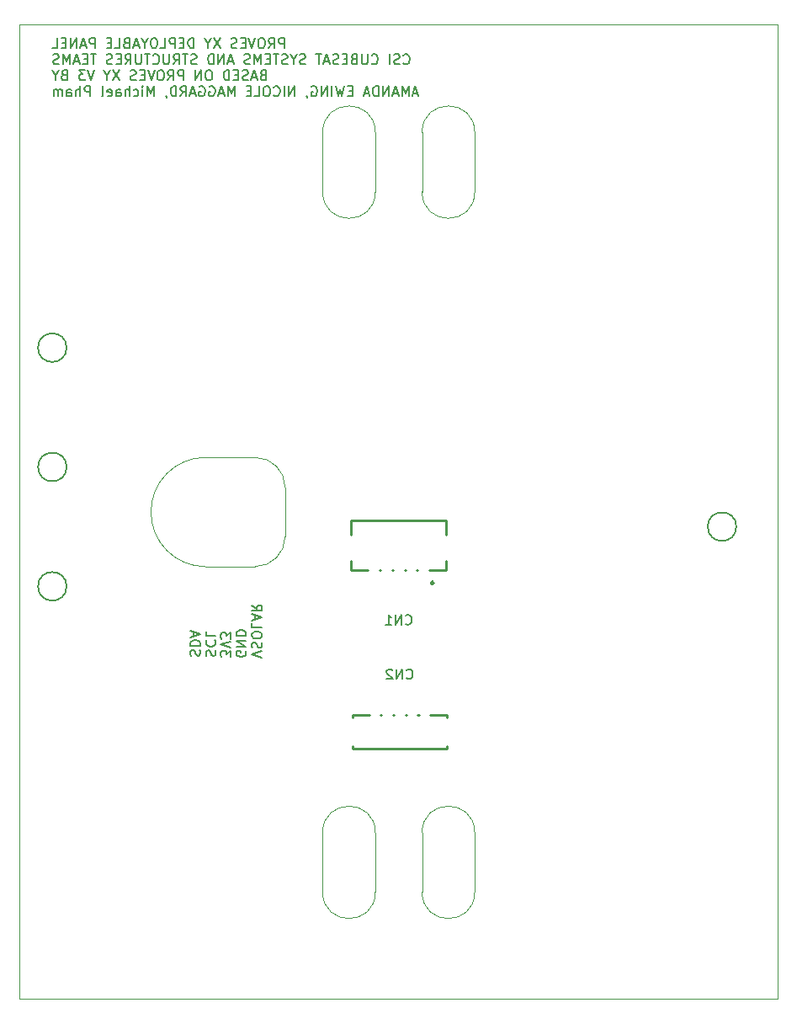
<source format=gbr>
%TF.GenerationSoftware,KiCad,Pcbnew,9.0.0*%
%TF.CreationDate,2025-04-21T01:21:51-04:00*%
%TF.ProjectId,xy_faces_CUpayload_v2,78795f66-6163-4657-935f-43557061796c,3.0*%
%TF.SameCoordinates,Original*%
%TF.FileFunction,Legend,Bot*%
%TF.FilePolarity,Positive*%
%FSLAX46Y46*%
G04 Gerber Fmt 4.6, Leading zero omitted, Abs format (unit mm)*
G04 Created by KiCad (PCBNEW 9.0.0) date 2025-04-21 01:21:51*
%MOMM*%
%LPD*%
G01*
G04 APERTURE LIST*
%ADD10C,0.150000*%
%ADD11C,0.250000*%
%TA.AperFunction,Profile*%
%ADD12C,0.050000*%
%TD*%
%TA.AperFunction,Profile*%
%ADD13C,0.100000*%
%TD*%
%TA.AperFunction,Profile*%
%ADD14C,0.200000*%
%TD*%
G04 APERTURE END LIST*
D10*
X130735180Y-129386666D02*
X129735180Y-129053333D01*
X129735180Y-129053333D02*
X130735180Y-128720000D01*
X129782800Y-128434285D02*
X129735180Y-128291428D01*
X129735180Y-128291428D02*
X129735180Y-128053333D01*
X129735180Y-128053333D02*
X129782800Y-127958095D01*
X129782800Y-127958095D02*
X129830419Y-127910476D01*
X129830419Y-127910476D02*
X129925657Y-127862857D01*
X129925657Y-127862857D02*
X130020895Y-127862857D01*
X130020895Y-127862857D02*
X130116133Y-127910476D01*
X130116133Y-127910476D02*
X130163752Y-127958095D01*
X130163752Y-127958095D02*
X130211371Y-128053333D01*
X130211371Y-128053333D02*
X130258990Y-128243809D01*
X130258990Y-128243809D02*
X130306609Y-128339047D01*
X130306609Y-128339047D02*
X130354228Y-128386666D01*
X130354228Y-128386666D02*
X130449466Y-128434285D01*
X130449466Y-128434285D02*
X130544704Y-128434285D01*
X130544704Y-128434285D02*
X130639942Y-128386666D01*
X130639942Y-128386666D02*
X130687561Y-128339047D01*
X130687561Y-128339047D02*
X130735180Y-128243809D01*
X130735180Y-128243809D02*
X130735180Y-128005714D01*
X130735180Y-128005714D02*
X130687561Y-127862857D01*
X130735180Y-127243809D02*
X130735180Y-127053333D01*
X130735180Y-127053333D02*
X130687561Y-126958095D01*
X130687561Y-126958095D02*
X130592323Y-126862857D01*
X130592323Y-126862857D02*
X130401847Y-126815238D01*
X130401847Y-126815238D02*
X130068514Y-126815238D01*
X130068514Y-126815238D02*
X129878038Y-126862857D01*
X129878038Y-126862857D02*
X129782800Y-126958095D01*
X129782800Y-126958095D02*
X129735180Y-127053333D01*
X129735180Y-127053333D02*
X129735180Y-127243809D01*
X129735180Y-127243809D02*
X129782800Y-127339047D01*
X129782800Y-127339047D02*
X129878038Y-127434285D01*
X129878038Y-127434285D02*
X130068514Y-127481904D01*
X130068514Y-127481904D02*
X130401847Y-127481904D01*
X130401847Y-127481904D02*
X130592323Y-127434285D01*
X130592323Y-127434285D02*
X130687561Y-127339047D01*
X130687561Y-127339047D02*
X130735180Y-127243809D01*
X129735180Y-125910476D02*
X129735180Y-126386666D01*
X129735180Y-126386666D02*
X130735180Y-126386666D01*
X130020895Y-125624761D02*
X130020895Y-125148571D01*
X129735180Y-125719999D02*
X130735180Y-125386666D01*
X130735180Y-125386666D02*
X129735180Y-125053333D01*
X129735180Y-124148571D02*
X130211371Y-124481904D01*
X129735180Y-124719999D02*
X130735180Y-124719999D01*
X130735180Y-124719999D02*
X130735180Y-124339047D01*
X130735180Y-124339047D02*
X130687561Y-124243809D01*
X130687561Y-124243809D02*
X130639942Y-124196190D01*
X130639942Y-124196190D02*
X130544704Y-124148571D01*
X130544704Y-124148571D02*
X130401847Y-124148571D01*
X130401847Y-124148571D02*
X130306609Y-124196190D01*
X130306609Y-124196190D02*
X130258990Y-124243809D01*
X130258990Y-124243809D02*
X130211371Y-124339047D01*
X130211371Y-124339047D02*
X130211371Y-124719999D01*
X132977257Y-68139903D02*
X132977257Y-67139903D01*
X132977257Y-67139903D02*
X132596305Y-67139903D01*
X132596305Y-67139903D02*
X132501067Y-67187522D01*
X132501067Y-67187522D02*
X132453448Y-67235141D01*
X132453448Y-67235141D02*
X132405829Y-67330379D01*
X132405829Y-67330379D02*
X132405829Y-67473236D01*
X132405829Y-67473236D02*
X132453448Y-67568474D01*
X132453448Y-67568474D02*
X132501067Y-67616093D01*
X132501067Y-67616093D02*
X132596305Y-67663712D01*
X132596305Y-67663712D02*
X132977257Y-67663712D01*
X131405829Y-68139903D02*
X131739162Y-67663712D01*
X131977257Y-68139903D02*
X131977257Y-67139903D01*
X131977257Y-67139903D02*
X131596305Y-67139903D01*
X131596305Y-67139903D02*
X131501067Y-67187522D01*
X131501067Y-67187522D02*
X131453448Y-67235141D01*
X131453448Y-67235141D02*
X131405829Y-67330379D01*
X131405829Y-67330379D02*
X131405829Y-67473236D01*
X131405829Y-67473236D02*
X131453448Y-67568474D01*
X131453448Y-67568474D02*
X131501067Y-67616093D01*
X131501067Y-67616093D02*
X131596305Y-67663712D01*
X131596305Y-67663712D02*
X131977257Y-67663712D01*
X130786781Y-67139903D02*
X130596305Y-67139903D01*
X130596305Y-67139903D02*
X130501067Y-67187522D01*
X130501067Y-67187522D02*
X130405829Y-67282760D01*
X130405829Y-67282760D02*
X130358210Y-67473236D01*
X130358210Y-67473236D02*
X130358210Y-67806569D01*
X130358210Y-67806569D02*
X130405829Y-67997045D01*
X130405829Y-67997045D02*
X130501067Y-68092284D01*
X130501067Y-68092284D02*
X130596305Y-68139903D01*
X130596305Y-68139903D02*
X130786781Y-68139903D01*
X130786781Y-68139903D02*
X130882019Y-68092284D01*
X130882019Y-68092284D02*
X130977257Y-67997045D01*
X130977257Y-67997045D02*
X131024876Y-67806569D01*
X131024876Y-67806569D02*
X131024876Y-67473236D01*
X131024876Y-67473236D02*
X130977257Y-67282760D01*
X130977257Y-67282760D02*
X130882019Y-67187522D01*
X130882019Y-67187522D02*
X130786781Y-67139903D01*
X130072495Y-67139903D02*
X129739162Y-68139903D01*
X129739162Y-68139903D02*
X129405829Y-67139903D01*
X129072495Y-67616093D02*
X128739162Y-67616093D01*
X128596305Y-68139903D02*
X129072495Y-68139903D01*
X129072495Y-68139903D02*
X129072495Y-67139903D01*
X129072495Y-67139903D02*
X128596305Y-67139903D01*
X128215352Y-68092284D02*
X128072495Y-68139903D01*
X128072495Y-68139903D02*
X127834400Y-68139903D01*
X127834400Y-68139903D02*
X127739162Y-68092284D01*
X127739162Y-68092284D02*
X127691543Y-68044664D01*
X127691543Y-68044664D02*
X127643924Y-67949426D01*
X127643924Y-67949426D02*
X127643924Y-67854188D01*
X127643924Y-67854188D02*
X127691543Y-67758950D01*
X127691543Y-67758950D02*
X127739162Y-67711331D01*
X127739162Y-67711331D02*
X127834400Y-67663712D01*
X127834400Y-67663712D02*
X128024876Y-67616093D01*
X128024876Y-67616093D02*
X128120114Y-67568474D01*
X128120114Y-67568474D02*
X128167733Y-67520855D01*
X128167733Y-67520855D02*
X128215352Y-67425617D01*
X128215352Y-67425617D02*
X128215352Y-67330379D01*
X128215352Y-67330379D02*
X128167733Y-67235141D01*
X128167733Y-67235141D02*
X128120114Y-67187522D01*
X128120114Y-67187522D02*
X128024876Y-67139903D01*
X128024876Y-67139903D02*
X127786781Y-67139903D01*
X127786781Y-67139903D02*
X127643924Y-67187522D01*
X126548685Y-67139903D02*
X125882019Y-68139903D01*
X125882019Y-67139903D02*
X126548685Y-68139903D01*
X125310590Y-67663712D02*
X125310590Y-68139903D01*
X125643923Y-67139903D02*
X125310590Y-67663712D01*
X125310590Y-67663712D02*
X124977257Y-67139903D01*
X123882018Y-68139903D02*
X123882018Y-67139903D01*
X123882018Y-67139903D02*
X123643923Y-67139903D01*
X123643923Y-67139903D02*
X123501066Y-67187522D01*
X123501066Y-67187522D02*
X123405828Y-67282760D01*
X123405828Y-67282760D02*
X123358209Y-67377998D01*
X123358209Y-67377998D02*
X123310590Y-67568474D01*
X123310590Y-67568474D02*
X123310590Y-67711331D01*
X123310590Y-67711331D02*
X123358209Y-67901807D01*
X123358209Y-67901807D02*
X123405828Y-67997045D01*
X123405828Y-67997045D02*
X123501066Y-68092284D01*
X123501066Y-68092284D02*
X123643923Y-68139903D01*
X123643923Y-68139903D02*
X123882018Y-68139903D01*
X122882018Y-67616093D02*
X122548685Y-67616093D01*
X122405828Y-68139903D02*
X122882018Y-68139903D01*
X122882018Y-68139903D02*
X122882018Y-67139903D01*
X122882018Y-67139903D02*
X122405828Y-67139903D01*
X121977256Y-68139903D02*
X121977256Y-67139903D01*
X121977256Y-67139903D02*
X121596304Y-67139903D01*
X121596304Y-67139903D02*
X121501066Y-67187522D01*
X121501066Y-67187522D02*
X121453447Y-67235141D01*
X121453447Y-67235141D02*
X121405828Y-67330379D01*
X121405828Y-67330379D02*
X121405828Y-67473236D01*
X121405828Y-67473236D02*
X121453447Y-67568474D01*
X121453447Y-67568474D02*
X121501066Y-67616093D01*
X121501066Y-67616093D02*
X121596304Y-67663712D01*
X121596304Y-67663712D02*
X121977256Y-67663712D01*
X120501066Y-68139903D02*
X120977256Y-68139903D01*
X120977256Y-68139903D02*
X120977256Y-67139903D01*
X119977256Y-67139903D02*
X119786780Y-67139903D01*
X119786780Y-67139903D02*
X119691542Y-67187522D01*
X119691542Y-67187522D02*
X119596304Y-67282760D01*
X119596304Y-67282760D02*
X119548685Y-67473236D01*
X119548685Y-67473236D02*
X119548685Y-67806569D01*
X119548685Y-67806569D02*
X119596304Y-67997045D01*
X119596304Y-67997045D02*
X119691542Y-68092284D01*
X119691542Y-68092284D02*
X119786780Y-68139903D01*
X119786780Y-68139903D02*
X119977256Y-68139903D01*
X119977256Y-68139903D02*
X120072494Y-68092284D01*
X120072494Y-68092284D02*
X120167732Y-67997045D01*
X120167732Y-67997045D02*
X120215351Y-67806569D01*
X120215351Y-67806569D02*
X120215351Y-67473236D01*
X120215351Y-67473236D02*
X120167732Y-67282760D01*
X120167732Y-67282760D02*
X120072494Y-67187522D01*
X120072494Y-67187522D02*
X119977256Y-67139903D01*
X118929637Y-67663712D02*
X118929637Y-68139903D01*
X119262970Y-67139903D02*
X118929637Y-67663712D01*
X118929637Y-67663712D02*
X118596304Y-67139903D01*
X118310589Y-67854188D02*
X117834399Y-67854188D01*
X118405827Y-68139903D02*
X118072494Y-67139903D01*
X118072494Y-67139903D02*
X117739161Y-68139903D01*
X117072494Y-67616093D02*
X116929637Y-67663712D01*
X116929637Y-67663712D02*
X116882018Y-67711331D01*
X116882018Y-67711331D02*
X116834399Y-67806569D01*
X116834399Y-67806569D02*
X116834399Y-67949426D01*
X116834399Y-67949426D02*
X116882018Y-68044664D01*
X116882018Y-68044664D02*
X116929637Y-68092284D01*
X116929637Y-68092284D02*
X117024875Y-68139903D01*
X117024875Y-68139903D02*
X117405827Y-68139903D01*
X117405827Y-68139903D02*
X117405827Y-67139903D01*
X117405827Y-67139903D02*
X117072494Y-67139903D01*
X117072494Y-67139903D02*
X116977256Y-67187522D01*
X116977256Y-67187522D02*
X116929637Y-67235141D01*
X116929637Y-67235141D02*
X116882018Y-67330379D01*
X116882018Y-67330379D02*
X116882018Y-67425617D01*
X116882018Y-67425617D02*
X116929637Y-67520855D01*
X116929637Y-67520855D02*
X116977256Y-67568474D01*
X116977256Y-67568474D02*
X117072494Y-67616093D01*
X117072494Y-67616093D02*
X117405827Y-67616093D01*
X115929637Y-68139903D02*
X116405827Y-68139903D01*
X116405827Y-68139903D02*
X116405827Y-67139903D01*
X115596303Y-67616093D02*
X115262970Y-67616093D01*
X115120113Y-68139903D02*
X115596303Y-68139903D01*
X115596303Y-68139903D02*
X115596303Y-67139903D01*
X115596303Y-67139903D02*
X115120113Y-67139903D01*
X113929636Y-68139903D02*
X113929636Y-67139903D01*
X113929636Y-67139903D02*
X113548684Y-67139903D01*
X113548684Y-67139903D02*
X113453446Y-67187522D01*
X113453446Y-67187522D02*
X113405827Y-67235141D01*
X113405827Y-67235141D02*
X113358208Y-67330379D01*
X113358208Y-67330379D02*
X113358208Y-67473236D01*
X113358208Y-67473236D02*
X113405827Y-67568474D01*
X113405827Y-67568474D02*
X113453446Y-67616093D01*
X113453446Y-67616093D02*
X113548684Y-67663712D01*
X113548684Y-67663712D02*
X113929636Y-67663712D01*
X112977255Y-67854188D02*
X112501065Y-67854188D01*
X113072493Y-68139903D02*
X112739160Y-67139903D01*
X112739160Y-67139903D02*
X112405827Y-68139903D01*
X112072493Y-68139903D02*
X112072493Y-67139903D01*
X112072493Y-67139903D02*
X111501065Y-68139903D01*
X111501065Y-68139903D02*
X111501065Y-67139903D01*
X111024874Y-67616093D02*
X110691541Y-67616093D01*
X110548684Y-68139903D02*
X111024874Y-68139903D01*
X111024874Y-68139903D02*
X111024874Y-67139903D01*
X111024874Y-67139903D02*
X110548684Y-67139903D01*
X109643922Y-68139903D02*
X110120112Y-68139903D01*
X110120112Y-68139903D02*
X110120112Y-67139903D01*
X144977258Y-69654608D02*
X145024877Y-69702228D01*
X145024877Y-69702228D02*
X145167734Y-69749847D01*
X145167734Y-69749847D02*
X145262972Y-69749847D01*
X145262972Y-69749847D02*
X145405829Y-69702228D01*
X145405829Y-69702228D02*
X145501067Y-69606989D01*
X145501067Y-69606989D02*
X145548686Y-69511751D01*
X145548686Y-69511751D02*
X145596305Y-69321275D01*
X145596305Y-69321275D02*
X145596305Y-69178418D01*
X145596305Y-69178418D02*
X145548686Y-68987942D01*
X145548686Y-68987942D02*
X145501067Y-68892704D01*
X145501067Y-68892704D02*
X145405829Y-68797466D01*
X145405829Y-68797466D02*
X145262972Y-68749847D01*
X145262972Y-68749847D02*
X145167734Y-68749847D01*
X145167734Y-68749847D02*
X145024877Y-68797466D01*
X145024877Y-68797466D02*
X144977258Y-68845085D01*
X144596305Y-69702228D02*
X144453448Y-69749847D01*
X144453448Y-69749847D02*
X144215353Y-69749847D01*
X144215353Y-69749847D02*
X144120115Y-69702228D01*
X144120115Y-69702228D02*
X144072496Y-69654608D01*
X144072496Y-69654608D02*
X144024877Y-69559370D01*
X144024877Y-69559370D02*
X144024877Y-69464132D01*
X144024877Y-69464132D02*
X144072496Y-69368894D01*
X144072496Y-69368894D02*
X144120115Y-69321275D01*
X144120115Y-69321275D02*
X144215353Y-69273656D01*
X144215353Y-69273656D02*
X144405829Y-69226037D01*
X144405829Y-69226037D02*
X144501067Y-69178418D01*
X144501067Y-69178418D02*
X144548686Y-69130799D01*
X144548686Y-69130799D02*
X144596305Y-69035561D01*
X144596305Y-69035561D02*
X144596305Y-68940323D01*
X144596305Y-68940323D02*
X144548686Y-68845085D01*
X144548686Y-68845085D02*
X144501067Y-68797466D01*
X144501067Y-68797466D02*
X144405829Y-68749847D01*
X144405829Y-68749847D02*
X144167734Y-68749847D01*
X144167734Y-68749847D02*
X144024877Y-68797466D01*
X143596305Y-69749847D02*
X143596305Y-68749847D01*
X141786782Y-69654608D02*
X141834401Y-69702228D01*
X141834401Y-69702228D02*
X141977258Y-69749847D01*
X141977258Y-69749847D02*
X142072496Y-69749847D01*
X142072496Y-69749847D02*
X142215353Y-69702228D01*
X142215353Y-69702228D02*
X142310591Y-69606989D01*
X142310591Y-69606989D02*
X142358210Y-69511751D01*
X142358210Y-69511751D02*
X142405829Y-69321275D01*
X142405829Y-69321275D02*
X142405829Y-69178418D01*
X142405829Y-69178418D02*
X142358210Y-68987942D01*
X142358210Y-68987942D02*
X142310591Y-68892704D01*
X142310591Y-68892704D02*
X142215353Y-68797466D01*
X142215353Y-68797466D02*
X142072496Y-68749847D01*
X142072496Y-68749847D02*
X141977258Y-68749847D01*
X141977258Y-68749847D02*
X141834401Y-68797466D01*
X141834401Y-68797466D02*
X141786782Y-68845085D01*
X141358210Y-68749847D02*
X141358210Y-69559370D01*
X141358210Y-69559370D02*
X141310591Y-69654608D01*
X141310591Y-69654608D02*
X141262972Y-69702228D01*
X141262972Y-69702228D02*
X141167734Y-69749847D01*
X141167734Y-69749847D02*
X140977258Y-69749847D01*
X140977258Y-69749847D02*
X140882020Y-69702228D01*
X140882020Y-69702228D02*
X140834401Y-69654608D01*
X140834401Y-69654608D02*
X140786782Y-69559370D01*
X140786782Y-69559370D02*
X140786782Y-68749847D01*
X139977258Y-69226037D02*
X139834401Y-69273656D01*
X139834401Y-69273656D02*
X139786782Y-69321275D01*
X139786782Y-69321275D02*
X139739163Y-69416513D01*
X139739163Y-69416513D02*
X139739163Y-69559370D01*
X139739163Y-69559370D02*
X139786782Y-69654608D01*
X139786782Y-69654608D02*
X139834401Y-69702228D01*
X139834401Y-69702228D02*
X139929639Y-69749847D01*
X139929639Y-69749847D02*
X140310591Y-69749847D01*
X140310591Y-69749847D02*
X140310591Y-68749847D01*
X140310591Y-68749847D02*
X139977258Y-68749847D01*
X139977258Y-68749847D02*
X139882020Y-68797466D01*
X139882020Y-68797466D02*
X139834401Y-68845085D01*
X139834401Y-68845085D02*
X139786782Y-68940323D01*
X139786782Y-68940323D02*
X139786782Y-69035561D01*
X139786782Y-69035561D02*
X139834401Y-69130799D01*
X139834401Y-69130799D02*
X139882020Y-69178418D01*
X139882020Y-69178418D02*
X139977258Y-69226037D01*
X139977258Y-69226037D02*
X140310591Y-69226037D01*
X139310591Y-69226037D02*
X138977258Y-69226037D01*
X138834401Y-69749847D02*
X139310591Y-69749847D01*
X139310591Y-69749847D02*
X139310591Y-68749847D01*
X139310591Y-68749847D02*
X138834401Y-68749847D01*
X138453448Y-69702228D02*
X138310591Y-69749847D01*
X138310591Y-69749847D02*
X138072496Y-69749847D01*
X138072496Y-69749847D02*
X137977258Y-69702228D01*
X137977258Y-69702228D02*
X137929639Y-69654608D01*
X137929639Y-69654608D02*
X137882020Y-69559370D01*
X137882020Y-69559370D02*
X137882020Y-69464132D01*
X137882020Y-69464132D02*
X137929639Y-69368894D01*
X137929639Y-69368894D02*
X137977258Y-69321275D01*
X137977258Y-69321275D02*
X138072496Y-69273656D01*
X138072496Y-69273656D02*
X138262972Y-69226037D01*
X138262972Y-69226037D02*
X138358210Y-69178418D01*
X138358210Y-69178418D02*
X138405829Y-69130799D01*
X138405829Y-69130799D02*
X138453448Y-69035561D01*
X138453448Y-69035561D02*
X138453448Y-68940323D01*
X138453448Y-68940323D02*
X138405829Y-68845085D01*
X138405829Y-68845085D02*
X138358210Y-68797466D01*
X138358210Y-68797466D02*
X138262972Y-68749847D01*
X138262972Y-68749847D02*
X138024877Y-68749847D01*
X138024877Y-68749847D02*
X137882020Y-68797466D01*
X137501067Y-69464132D02*
X137024877Y-69464132D01*
X137596305Y-69749847D02*
X137262972Y-68749847D01*
X137262972Y-68749847D02*
X136929639Y-69749847D01*
X136739162Y-68749847D02*
X136167734Y-68749847D01*
X136453448Y-69749847D02*
X136453448Y-68749847D01*
X135120114Y-69702228D02*
X134977257Y-69749847D01*
X134977257Y-69749847D02*
X134739162Y-69749847D01*
X134739162Y-69749847D02*
X134643924Y-69702228D01*
X134643924Y-69702228D02*
X134596305Y-69654608D01*
X134596305Y-69654608D02*
X134548686Y-69559370D01*
X134548686Y-69559370D02*
X134548686Y-69464132D01*
X134548686Y-69464132D02*
X134596305Y-69368894D01*
X134596305Y-69368894D02*
X134643924Y-69321275D01*
X134643924Y-69321275D02*
X134739162Y-69273656D01*
X134739162Y-69273656D02*
X134929638Y-69226037D01*
X134929638Y-69226037D02*
X135024876Y-69178418D01*
X135024876Y-69178418D02*
X135072495Y-69130799D01*
X135072495Y-69130799D02*
X135120114Y-69035561D01*
X135120114Y-69035561D02*
X135120114Y-68940323D01*
X135120114Y-68940323D02*
X135072495Y-68845085D01*
X135072495Y-68845085D02*
X135024876Y-68797466D01*
X135024876Y-68797466D02*
X134929638Y-68749847D01*
X134929638Y-68749847D02*
X134691543Y-68749847D01*
X134691543Y-68749847D02*
X134548686Y-68797466D01*
X133929638Y-69273656D02*
X133929638Y-69749847D01*
X134262971Y-68749847D02*
X133929638Y-69273656D01*
X133929638Y-69273656D02*
X133596305Y-68749847D01*
X133310590Y-69702228D02*
X133167733Y-69749847D01*
X133167733Y-69749847D02*
X132929638Y-69749847D01*
X132929638Y-69749847D02*
X132834400Y-69702228D01*
X132834400Y-69702228D02*
X132786781Y-69654608D01*
X132786781Y-69654608D02*
X132739162Y-69559370D01*
X132739162Y-69559370D02*
X132739162Y-69464132D01*
X132739162Y-69464132D02*
X132786781Y-69368894D01*
X132786781Y-69368894D02*
X132834400Y-69321275D01*
X132834400Y-69321275D02*
X132929638Y-69273656D01*
X132929638Y-69273656D02*
X133120114Y-69226037D01*
X133120114Y-69226037D02*
X133215352Y-69178418D01*
X133215352Y-69178418D02*
X133262971Y-69130799D01*
X133262971Y-69130799D02*
X133310590Y-69035561D01*
X133310590Y-69035561D02*
X133310590Y-68940323D01*
X133310590Y-68940323D02*
X133262971Y-68845085D01*
X133262971Y-68845085D02*
X133215352Y-68797466D01*
X133215352Y-68797466D02*
X133120114Y-68749847D01*
X133120114Y-68749847D02*
X132882019Y-68749847D01*
X132882019Y-68749847D02*
X132739162Y-68797466D01*
X132453447Y-68749847D02*
X131882019Y-68749847D01*
X132167733Y-69749847D02*
X132167733Y-68749847D01*
X131548685Y-69226037D02*
X131215352Y-69226037D01*
X131072495Y-69749847D02*
X131548685Y-69749847D01*
X131548685Y-69749847D02*
X131548685Y-68749847D01*
X131548685Y-68749847D02*
X131072495Y-68749847D01*
X130643923Y-69749847D02*
X130643923Y-68749847D01*
X130643923Y-68749847D02*
X130310590Y-69464132D01*
X130310590Y-69464132D02*
X129977257Y-68749847D01*
X129977257Y-68749847D02*
X129977257Y-69749847D01*
X129548685Y-69702228D02*
X129405828Y-69749847D01*
X129405828Y-69749847D02*
X129167733Y-69749847D01*
X129167733Y-69749847D02*
X129072495Y-69702228D01*
X129072495Y-69702228D02*
X129024876Y-69654608D01*
X129024876Y-69654608D02*
X128977257Y-69559370D01*
X128977257Y-69559370D02*
X128977257Y-69464132D01*
X128977257Y-69464132D02*
X129024876Y-69368894D01*
X129024876Y-69368894D02*
X129072495Y-69321275D01*
X129072495Y-69321275D02*
X129167733Y-69273656D01*
X129167733Y-69273656D02*
X129358209Y-69226037D01*
X129358209Y-69226037D02*
X129453447Y-69178418D01*
X129453447Y-69178418D02*
X129501066Y-69130799D01*
X129501066Y-69130799D02*
X129548685Y-69035561D01*
X129548685Y-69035561D02*
X129548685Y-68940323D01*
X129548685Y-68940323D02*
X129501066Y-68845085D01*
X129501066Y-68845085D02*
X129453447Y-68797466D01*
X129453447Y-68797466D02*
X129358209Y-68749847D01*
X129358209Y-68749847D02*
X129120114Y-68749847D01*
X129120114Y-68749847D02*
X128977257Y-68797466D01*
X127834399Y-69464132D02*
X127358209Y-69464132D01*
X127929637Y-69749847D02*
X127596304Y-68749847D01*
X127596304Y-68749847D02*
X127262971Y-69749847D01*
X126929637Y-69749847D02*
X126929637Y-68749847D01*
X126929637Y-68749847D02*
X126358209Y-69749847D01*
X126358209Y-69749847D02*
X126358209Y-68749847D01*
X125882018Y-69749847D02*
X125882018Y-68749847D01*
X125882018Y-68749847D02*
X125643923Y-68749847D01*
X125643923Y-68749847D02*
X125501066Y-68797466D01*
X125501066Y-68797466D02*
X125405828Y-68892704D01*
X125405828Y-68892704D02*
X125358209Y-68987942D01*
X125358209Y-68987942D02*
X125310590Y-69178418D01*
X125310590Y-69178418D02*
X125310590Y-69321275D01*
X125310590Y-69321275D02*
X125358209Y-69511751D01*
X125358209Y-69511751D02*
X125405828Y-69606989D01*
X125405828Y-69606989D02*
X125501066Y-69702228D01*
X125501066Y-69702228D02*
X125643923Y-69749847D01*
X125643923Y-69749847D02*
X125882018Y-69749847D01*
X124167732Y-69702228D02*
X124024875Y-69749847D01*
X124024875Y-69749847D02*
X123786780Y-69749847D01*
X123786780Y-69749847D02*
X123691542Y-69702228D01*
X123691542Y-69702228D02*
X123643923Y-69654608D01*
X123643923Y-69654608D02*
X123596304Y-69559370D01*
X123596304Y-69559370D02*
X123596304Y-69464132D01*
X123596304Y-69464132D02*
X123643923Y-69368894D01*
X123643923Y-69368894D02*
X123691542Y-69321275D01*
X123691542Y-69321275D02*
X123786780Y-69273656D01*
X123786780Y-69273656D02*
X123977256Y-69226037D01*
X123977256Y-69226037D02*
X124072494Y-69178418D01*
X124072494Y-69178418D02*
X124120113Y-69130799D01*
X124120113Y-69130799D02*
X124167732Y-69035561D01*
X124167732Y-69035561D02*
X124167732Y-68940323D01*
X124167732Y-68940323D02*
X124120113Y-68845085D01*
X124120113Y-68845085D02*
X124072494Y-68797466D01*
X124072494Y-68797466D02*
X123977256Y-68749847D01*
X123977256Y-68749847D02*
X123739161Y-68749847D01*
X123739161Y-68749847D02*
X123596304Y-68797466D01*
X123310589Y-68749847D02*
X122739161Y-68749847D01*
X123024875Y-69749847D02*
X123024875Y-68749847D01*
X121834399Y-69749847D02*
X122167732Y-69273656D01*
X122405827Y-69749847D02*
X122405827Y-68749847D01*
X122405827Y-68749847D02*
X122024875Y-68749847D01*
X122024875Y-68749847D02*
X121929637Y-68797466D01*
X121929637Y-68797466D02*
X121882018Y-68845085D01*
X121882018Y-68845085D02*
X121834399Y-68940323D01*
X121834399Y-68940323D02*
X121834399Y-69083180D01*
X121834399Y-69083180D02*
X121882018Y-69178418D01*
X121882018Y-69178418D02*
X121929637Y-69226037D01*
X121929637Y-69226037D02*
X122024875Y-69273656D01*
X122024875Y-69273656D02*
X122405827Y-69273656D01*
X121405827Y-68749847D02*
X121405827Y-69559370D01*
X121405827Y-69559370D02*
X121358208Y-69654608D01*
X121358208Y-69654608D02*
X121310589Y-69702228D01*
X121310589Y-69702228D02*
X121215351Y-69749847D01*
X121215351Y-69749847D02*
X121024875Y-69749847D01*
X121024875Y-69749847D02*
X120929637Y-69702228D01*
X120929637Y-69702228D02*
X120882018Y-69654608D01*
X120882018Y-69654608D02*
X120834399Y-69559370D01*
X120834399Y-69559370D02*
X120834399Y-68749847D01*
X119786780Y-69654608D02*
X119834399Y-69702228D01*
X119834399Y-69702228D02*
X119977256Y-69749847D01*
X119977256Y-69749847D02*
X120072494Y-69749847D01*
X120072494Y-69749847D02*
X120215351Y-69702228D01*
X120215351Y-69702228D02*
X120310589Y-69606989D01*
X120310589Y-69606989D02*
X120358208Y-69511751D01*
X120358208Y-69511751D02*
X120405827Y-69321275D01*
X120405827Y-69321275D02*
X120405827Y-69178418D01*
X120405827Y-69178418D02*
X120358208Y-68987942D01*
X120358208Y-68987942D02*
X120310589Y-68892704D01*
X120310589Y-68892704D02*
X120215351Y-68797466D01*
X120215351Y-68797466D02*
X120072494Y-68749847D01*
X120072494Y-68749847D02*
X119977256Y-68749847D01*
X119977256Y-68749847D02*
X119834399Y-68797466D01*
X119834399Y-68797466D02*
X119786780Y-68845085D01*
X119501065Y-68749847D02*
X118929637Y-68749847D01*
X119215351Y-69749847D02*
X119215351Y-68749847D01*
X118596303Y-68749847D02*
X118596303Y-69559370D01*
X118596303Y-69559370D02*
X118548684Y-69654608D01*
X118548684Y-69654608D02*
X118501065Y-69702228D01*
X118501065Y-69702228D02*
X118405827Y-69749847D01*
X118405827Y-69749847D02*
X118215351Y-69749847D01*
X118215351Y-69749847D02*
X118120113Y-69702228D01*
X118120113Y-69702228D02*
X118072494Y-69654608D01*
X118072494Y-69654608D02*
X118024875Y-69559370D01*
X118024875Y-69559370D02*
X118024875Y-68749847D01*
X116977256Y-69749847D02*
X117310589Y-69273656D01*
X117548684Y-69749847D02*
X117548684Y-68749847D01*
X117548684Y-68749847D02*
X117167732Y-68749847D01*
X117167732Y-68749847D02*
X117072494Y-68797466D01*
X117072494Y-68797466D02*
X117024875Y-68845085D01*
X117024875Y-68845085D02*
X116977256Y-68940323D01*
X116977256Y-68940323D02*
X116977256Y-69083180D01*
X116977256Y-69083180D02*
X117024875Y-69178418D01*
X117024875Y-69178418D02*
X117072494Y-69226037D01*
X117072494Y-69226037D02*
X117167732Y-69273656D01*
X117167732Y-69273656D02*
X117548684Y-69273656D01*
X116548684Y-69226037D02*
X116215351Y-69226037D01*
X116072494Y-69749847D02*
X116548684Y-69749847D01*
X116548684Y-69749847D02*
X116548684Y-68749847D01*
X116548684Y-68749847D02*
X116072494Y-68749847D01*
X115691541Y-69702228D02*
X115548684Y-69749847D01*
X115548684Y-69749847D02*
X115310589Y-69749847D01*
X115310589Y-69749847D02*
X115215351Y-69702228D01*
X115215351Y-69702228D02*
X115167732Y-69654608D01*
X115167732Y-69654608D02*
X115120113Y-69559370D01*
X115120113Y-69559370D02*
X115120113Y-69464132D01*
X115120113Y-69464132D02*
X115167732Y-69368894D01*
X115167732Y-69368894D02*
X115215351Y-69321275D01*
X115215351Y-69321275D02*
X115310589Y-69273656D01*
X115310589Y-69273656D02*
X115501065Y-69226037D01*
X115501065Y-69226037D02*
X115596303Y-69178418D01*
X115596303Y-69178418D02*
X115643922Y-69130799D01*
X115643922Y-69130799D02*
X115691541Y-69035561D01*
X115691541Y-69035561D02*
X115691541Y-68940323D01*
X115691541Y-68940323D02*
X115643922Y-68845085D01*
X115643922Y-68845085D02*
X115596303Y-68797466D01*
X115596303Y-68797466D02*
X115501065Y-68749847D01*
X115501065Y-68749847D02*
X115262970Y-68749847D01*
X115262970Y-68749847D02*
X115120113Y-68797466D01*
X114072493Y-68749847D02*
X113501065Y-68749847D01*
X113786779Y-69749847D02*
X113786779Y-68749847D01*
X113167731Y-69226037D02*
X112834398Y-69226037D01*
X112691541Y-69749847D02*
X113167731Y-69749847D01*
X113167731Y-69749847D02*
X113167731Y-68749847D01*
X113167731Y-68749847D02*
X112691541Y-68749847D01*
X112310588Y-69464132D02*
X111834398Y-69464132D01*
X112405826Y-69749847D02*
X112072493Y-68749847D01*
X112072493Y-68749847D02*
X111739160Y-69749847D01*
X111405826Y-69749847D02*
X111405826Y-68749847D01*
X111405826Y-68749847D02*
X111072493Y-69464132D01*
X111072493Y-69464132D02*
X110739160Y-68749847D01*
X110739160Y-68749847D02*
X110739160Y-69749847D01*
X110310588Y-69702228D02*
X110167731Y-69749847D01*
X110167731Y-69749847D02*
X109929636Y-69749847D01*
X109929636Y-69749847D02*
X109834398Y-69702228D01*
X109834398Y-69702228D02*
X109786779Y-69654608D01*
X109786779Y-69654608D02*
X109739160Y-69559370D01*
X109739160Y-69559370D02*
X109739160Y-69464132D01*
X109739160Y-69464132D02*
X109786779Y-69368894D01*
X109786779Y-69368894D02*
X109834398Y-69321275D01*
X109834398Y-69321275D02*
X109929636Y-69273656D01*
X109929636Y-69273656D02*
X110120112Y-69226037D01*
X110120112Y-69226037D02*
X110215350Y-69178418D01*
X110215350Y-69178418D02*
X110262969Y-69130799D01*
X110262969Y-69130799D02*
X110310588Y-69035561D01*
X110310588Y-69035561D02*
X110310588Y-68940323D01*
X110310588Y-68940323D02*
X110262969Y-68845085D01*
X110262969Y-68845085D02*
X110215350Y-68797466D01*
X110215350Y-68797466D02*
X110120112Y-68749847D01*
X110120112Y-68749847D02*
X109882017Y-68749847D01*
X109882017Y-68749847D02*
X109739160Y-68797466D01*
X130834400Y-70835981D02*
X130691543Y-70883600D01*
X130691543Y-70883600D02*
X130643924Y-70931219D01*
X130643924Y-70931219D02*
X130596305Y-71026457D01*
X130596305Y-71026457D02*
X130596305Y-71169314D01*
X130596305Y-71169314D02*
X130643924Y-71264552D01*
X130643924Y-71264552D02*
X130691543Y-71312172D01*
X130691543Y-71312172D02*
X130786781Y-71359791D01*
X130786781Y-71359791D02*
X131167733Y-71359791D01*
X131167733Y-71359791D02*
X131167733Y-70359791D01*
X131167733Y-70359791D02*
X130834400Y-70359791D01*
X130834400Y-70359791D02*
X130739162Y-70407410D01*
X130739162Y-70407410D02*
X130691543Y-70455029D01*
X130691543Y-70455029D02*
X130643924Y-70550267D01*
X130643924Y-70550267D02*
X130643924Y-70645505D01*
X130643924Y-70645505D02*
X130691543Y-70740743D01*
X130691543Y-70740743D02*
X130739162Y-70788362D01*
X130739162Y-70788362D02*
X130834400Y-70835981D01*
X130834400Y-70835981D02*
X131167733Y-70835981D01*
X130215352Y-71074076D02*
X129739162Y-71074076D01*
X130310590Y-71359791D02*
X129977257Y-70359791D01*
X129977257Y-70359791D02*
X129643924Y-71359791D01*
X129358209Y-71312172D02*
X129215352Y-71359791D01*
X129215352Y-71359791D02*
X128977257Y-71359791D01*
X128977257Y-71359791D02*
X128882019Y-71312172D01*
X128882019Y-71312172D02*
X128834400Y-71264552D01*
X128834400Y-71264552D02*
X128786781Y-71169314D01*
X128786781Y-71169314D02*
X128786781Y-71074076D01*
X128786781Y-71074076D02*
X128834400Y-70978838D01*
X128834400Y-70978838D02*
X128882019Y-70931219D01*
X128882019Y-70931219D02*
X128977257Y-70883600D01*
X128977257Y-70883600D02*
X129167733Y-70835981D01*
X129167733Y-70835981D02*
X129262971Y-70788362D01*
X129262971Y-70788362D02*
X129310590Y-70740743D01*
X129310590Y-70740743D02*
X129358209Y-70645505D01*
X129358209Y-70645505D02*
X129358209Y-70550267D01*
X129358209Y-70550267D02*
X129310590Y-70455029D01*
X129310590Y-70455029D02*
X129262971Y-70407410D01*
X129262971Y-70407410D02*
X129167733Y-70359791D01*
X129167733Y-70359791D02*
X128929638Y-70359791D01*
X128929638Y-70359791D02*
X128786781Y-70407410D01*
X128358209Y-70835981D02*
X128024876Y-70835981D01*
X127882019Y-71359791D02*
X128358209Y-71359791D01*
X128358209Y-71359791D02*
X128358209Y-70359791D01*
X128358209Y-70359791D02*
X127882019Y-70359791D01*
X127453447Y-71359791D02*
X127453447Y-70359791D01*
X127453447Y-70359791D02*
X127215352Y-70359791D01*
X127215352Y-70359791D02*
X127072495Y-70407410D01*
X127072495Y-70407410D02*
X126977257Y-70502648D01*
X126977257Y-70502648D02*
X126929638Y-70597886D01*
X126929638Y-70597886D02*
X126882019Y-70788362D01*
X126882019Y-70788362D02*
X126882019Y-70931219D01*
X126882019Y-70931219D02*
X126929638Y-71121695D01*
X126929638Y-71121695D02*
X126977257Y-71216933D01*
X126977257Y-71216933D02*
X127072495Y-71312172D01*
X127072495Y-71312172D02*
X127215352Y-71359791D01*
X127215352Y-71359791D02*
X127453447Y-71359791D01*
X125501066Y-70359791D02*
X125310590Y-70359791D01*
X125310590Y-70359791D02*
X125215352Y-70407410D01*
X125215352Y-70407410D02*
X125120114Y-70502648D01*
X125120114Y-70502648D02*
X125072495Y-70693124D01*
X125072495Y-70693124D02*
X125072495Y-71026457D01*
X125072495Y-71026457D02*
X125120114Y-71216933D01*
X125120114Y-71216933D02*
X125215352Y-71312172D01*
X125215352Y-71312172D02*
X125310590Y-71359791D01*
X125310590Y-71359791D02*
X125501066Y-71359791D01*
X125501066Y-71359791D02*
X125596304Y-71312172D01*
X125596304Y-71312172D02*
X125691542Y-71216933D01*
X125691542Y-71216933D02*
X125739161Y-71026457D01*
X125739161Y-71026457D02*
X125739161Y-70693124D01*
X125739161Y-70693124D02*
X125691542Y-70502648D01*
X125691542Y-70502648D02*
X125596304Y-70407410D01*
X125596304Y-70407410D02*
X125501066Y-70359791D01*
X124643923Y-71359791D02*
X124643923Y-70359791D01*
X124643923Y-70359791D02*
X124072495Y-71359791D01*
X124072495Y-71359791D02*
X124072495Y-70359791D01*
X122834399Y-71359791D02*
X122834399Y-70359791D01*
X122834399Y-70359791D02*
X122453447Y-70359791D01*
X122453447Y-70359791D02*
X122358209Y-70407410D01*
X122358209Y-70407410D02*
X122310590Y-70455029D01*
X122310590Y-70455029D02*
X122262971Y-70550267D01*
X122262971Y-70550267D02*
X122262971Y-70693124D01*
X122262971Y-70693124D02*
X122310590Y-70788362D01*
X122310590Y-70788362D02*
X122358209Y-70835981D01*
X122358209Y-70835981D02*
X122453447Y-70883600D01*
X122453447Y-70883600D02*
X122834399Y-70883600D01*
X121262971Y-71359791D02*
X121596304Y-70883600D01*
X121834399Y-71359791D02*
X121834399Y-70359791D01*
X121834399Y-70359791D02*
X121453447Y-70359791D01*
X121453447Y-70359791D02*
X121358209Y-70407410D01*
X121358209Y-70407410D02*
X121310590Y-70455029D01*
X121310590Y-70455029D02*
X121262971Y-70550267D01*
X121262971Y-70550267D02*
X121262971Y-70693124D01*
X121262971Y-70693124D02*
X121310590Y-70788362D01*
X121310590Y-70788362D02*
X121358209Y-70835981D01*
X121358209Y-70835981D02*
X121453447Y-70883600D01*
X121453447Y-70883600D02*
X121834399Y-70883600D01*
X120643923Y-70359791D02*
X120453447Y-70359791D01*
X120453447Y-70359791D02*
X120358209Y-70407410D01*
X120358209Y-70407410D02*
X120262971Y-70502648D01*
X120262971Y-70502648D02*
X120215352Y-70693124D01*
X120215352Y-70693124D02*
X120215352Y-71026457D01*
X120215352Y-71026457D02*
X120262971Y-71216933D01*
X120262971Y-71216933D02*
X120358209Y-71312172D01*
X120358209Y-71312172D02*
X120453447Y-71359791D01*
X120453447Y-71359791D02*
X120643923Y-71359791D01*
X120643923Y-71359791D02*
X120739161Y-71312172D01*
X120739161Y-71312172D02*
X120834399Y-71216933D01*
X120834399Y-71216933D02*
X120882018Y-71026457D01*
X120882018Y-71026457D02*
X120882018Y-70693124D01*
X120882018Y-70693124D02*
X120834399Y-70502648D01*
X120834399Y-70502648D02*
X120739161Y-70407410D01*
X120739161Y-70407410D02*
X120643923Y-70359791D01*
X119929637Y-70359791D02*
X119596304Y-71359791D01*
X119596304Y-71359791D02*
X119262971Y-70359791D01*
X118929637Y-70835981D02*
X118596304Y-70835981D01*
X118453447Y-71359791D02*
X118929637Y-71359791D01*
X118929637Y-71359791D02*
X118929637Y-70359791D01*
X118929637Y-70359791D02*
X118453447Y-70359791D01*
X118072494Y-71312172D02*
X117929637Y-71359791D01*
X117929637Y-71359791D02*
X117691542Y-71359791D01*
X117691542Y-71359791D02*
X117596304Y-71312172D01*
X117596304Y-71312172D02*
X117548685Y-71264552D01*
X117548685Y-71264552D02*
X117501066Y-71169314D01*
X117501066Y-71169314D02*
X117501066Y-71074076D01*
X117501066Y-71074076D02*
X117548685Y-70978838D01*
X117548685Y-70978838D02*
X117596304Y-70931219D01*
X117596304Y-70931219D02*
X117691542Y-70883600D01*
X117691542Y-70883600D02*
X117882018Y-70835981D01*
X117882018Y-70835981D02*
X117977256Y-70788362D01*
X117977256Y-70788362D02*
X118024875Y-70740743D01*
X118024875Y-70740743D02*
X118072494Y-70645505D01*
X118072494Y-70645505D02*
X118072494Y-70550267D01*
X118072494Y-70550267D02*
X118024875Y-70455029D01*
X118024875Y-70455029D02*
X117977256Y-70407410D01*
X117977256Y-70407410D02*
X117882018Y-70359791D01*
X117882018Y-70359791D02*
X117643923Y-70359791D01*
X117643923Y-70359791D02*
X117501066Y-70407410D01*
X116405827Y-70359791D02*
X115739161Y-71359791D01*
X115739161Y-70359791D02*
X116405827Y-71359791D01*
X115167732Y-70883600D02*
X115167732Y-71359791D01*
X115501065Y-70359791D02*
X115167732Y-70883600D01*
X115167732Y-70883600D02*
X114834399Y-70359791D01*
X113882017Y-70359791D02*
X113548684Y-71359791D01*
X113548684Y-71359791D02*
X113215351Y-70359791D01*
X112977255Y-70359791D02*
X112358208Y-70359791D01*
X112358208Y-70359791D02*
X112691541Y-70740743D01*
X112691541Y-70740743D02*
X112548684Y-70740743D01*
X112548684Y-70740743D02*
X112453446Y-70788362D01*
X112453446Y-70788362D02*
X112405827Y-70835981D01*
X112405827Y-70835981D02*
X112358208Y-70931219D01*
X112358208Y-70931219D02*
X112358208Y-71169314D01*
X112358208Y-71169314D02*
X112405827Y-71264552D01*
X112405827Y-71264552D02*
X112453446Y-71312172D01*
X112453446Y-71312172D02*
X112548684Y-71359791D01*
X112548684Y-71359791D02*
X112834398Y-71359791D01*
X112834398Y-71359791D02*
X112929636Y-71312172D01*
X112929636Y-71312172D02*
X112977255Y-71264552D01*
X110834398Y-70835981D02*
X110691541Y-70883600D01*
X110691541Y-70883600D02*
X110643922Y-70931219D01*
X110643922Y-70931219D02*
X110596303Y-71026457D01*
X110596303Y-71026457D02*
X110596303Y-71169314D01*
X110596303Y-71169314D02*
X110643922Y-71264552D01*
X110643922Y-71264552D02*
X110691541Y-71312172D01*
X110691541Y-71312172D02*
X110786779Y-71359791D01*
X110786779Y-71359791D02*
X111167731Y-71359791D01*
X111167731Y-71359791D02*
X111167731Y-70359791D01*
X111167731Y-70359791D02*
X110834398Y-70359791D01*
X110834398Y-70359791D02*
X110739160Y-70407410D01*
X110739160Y-70407410D02*
X110691541Y-70455029D01*
X110691541Y-70455029D02*
X110643922Y-70550267D01*
X110643922Y-70550267D02*
X110643922Y-70645505D01*
X110643922Y-70645505D02*
X110691541Y-70740743D01*
X110691541Y-70740743D02*
X110739160Y-70788362D01*
X110739160Y-70788362D02*
X110834398Y-70835981D01*
X110834398Y-70835981D02*
X111167731Y-70835981D01*
X109977255Y-70883600D02*
X109977255Y-71359791D01*
X110310588Y-70359791D02*
X109977255Y-70883600D01*
X109977255Y-70883600D02*
X109643922Y-70359791D01*
X146405826Y-72684020D02*
X145929636Y-72684020D01*
X146501064Y-72969735D02*
X146167731Y-71969735D01*
X146167731Y-71969735D02*
X145834398Y-72969735D01*
X145501064Y-72969735D02*
X145501064Y-71969735D01*
X145501064Y-71969735D02*
X145167731Y-72684020D01*
X145167731Y-72684020D02*
X144834398Y-71969735D01*
X144834398Y-71969735D02*
X144834398Y-72969735D01*
X144405826Y-72684020D02*
X143929636Y-72684020D01*
X144501064Y-72969735D02*
X144167731Y-71969735D01*
X144167731Y-71969735D02*
X143834398Y-72969735D01*
X143501064Y-72969735D02*
X143501064Y-71969735D01*
X143501064Y-71969735D02*
X142929636Y-72969735D01*
X142929636Y-72969735D02*
X142929636Y-71969735D01*
X142453445Y-72969735D02*
X142453445Y-71969735D01*
X142453445Y-71969735D02*
X142215350Y-71969735D01*
X142215350Y-71969735D02*
X142072493Y-72017354D01*
X142072493Y-72017354D02*
X141977255Y-72112592D01*
X141977255Y-72112592D02*
X141929636Y-72207830D01*
X141929636Y-72207830D02*
X141882017Y-72398306D01*
X141882017Y-72398306D02*
X141882017Y-72541163D01*
X141882017Y-72541163D02*
X141929636Y-72731639D01*
X141929636Y-72731639D02*
X141977255Y-72826877D01*
X141977255Y-72826877D02*
X142072493Y-72922116D01*
X142072493Y-72922116D02*
X142215350Y-72969735D01*
X142215350Y-72969735D02*
X142453445Y-72969735D01*
X141501064Y-72684020D02*
X141024874Y-72684020D01*
X141596302Y-72969735D02*
X141262969Y-71969735D01*
X141262969Y-71969735D02*
X140929636Y-72969735D01*
X139834397Y-72445925D02*
X139501064Y-72445925D01*
X139358207Y-72969735D02*
X139834397Y-72969735D01*
X139834397Y-72969735D02*
X139834397Y-71969735D01*
X139834397Y-71969735D02*
X139358207Y-71969735D01*
X139024873Y-71969735D02*
X138786778Y-72969735D01*
X138786778Y-72969735D02*
X138596302Y-72255449D01*
X138596302Y-72255449D02*
X138405826Y-72969735D01*
X138405826Y-72969735D02*
X138167731Y-71969735D01*
X137786778Y-72969735D02*
X137786778Y-71969735D01*
X137310588Y-72969735D02*
X137310588Y-71969735D01*
X137310588Y-71969735D02*
X136739160Y-72969735D01*
X136739160Y-72969735D02*
X136739160Y-71969735D01*
X135739160Y-72017354D02*
X135834398Y-71969735D01*
X135834398Y-71969735D02*
X135977255Y-71969735D01*
X135977255Y-71969735D02*
X136120112Y-72017354D01*
X136120112Y-72017354D02*
X136215350Y-72112592D01*
X136215350Y-72112592D02*
X136262969Y-72207830D01*
X136262969Y-72207830D02*
X136310588Y-72398306D01*
X136310588Y-72398306D02*
X136310588Y-72541163D01*
X136310588Y-72541163D02*
X136262969Y-72731639D01*
X136262969Y-72731639D02*
X136215350Y-72826877D01*
X136215350Y-72826877D02*
X136120112Y-72922116D01*
X136120112Y-72922116D02*
X135977255Y-72969735D01*
X135977255Y-72969735D02*
X135882017Y-72969735D01*
X135882017Y-72969735D02*
X135739160Y-72922116D01*
X135739160Y-72922116D02*
X135691541Y-72874496D01*
X135691541Y-72874496D02*
X135691541Y-72541163D01*
X135691541Y-72541163D02*
X135882017Y-72541163D01*
X135215350Y-72922116D02*
X135215350Y-72969735D01*
X135215350Y-72969735D02*
X135262969Y-73064973D01*
X135262969Y-73064973D02*
X135310588Y-73112592D01*
X134024874Y-72969735D02*
X134024874Y-71969735D01*
X134024874Y-71969735D02*
X133453446Y-72969735D01*
X133453446Y-72969735D02*
X133453446Y-71969735D01*
X132977255Y-72969735D02*
X132977255Y-71969735D01*
X131929637Y-72874496D02*
X131977256Y-72922116D01*
X131977256Y-72922116D02*
X132120113Y-72969735D01*
X132120113Y-72969735D02*
X132215351Y-72969735D01*
X132215351Y-72969735D02*
X132358208Y-72922116D01*
X132358208Y-72922116D02*
X132453446Y-72826877D01*
X132453446Y-72826877D02*
X132501065Y-72731639D01*
X132501065Y-72731639D02*
X132548684Y-72541163D01*
X132548684Y-72541163D02*
X132548684Y-72398306D01*
X132548684Y-72398306D02*
X132501065Y-72207830D01*
X132501065Y-72207830D02*
X132453446Y-72112592D01*
X132453446Y-72112592D02*
X132358208Y-72017354D01*
X132358208Y-72017354D02*
X132215351Y-71969735D01*
X132215351Y-71969735D02*
X132120113Y-71969735D01*
X132120113Y-71969735D02*
X131977256Y-72017354D01*
X131977256Y-72017354D02*
X131929637Y-72064973D01*
X131310589Y-71969735D02*
X131120113Y-71969735D01*
X131120113Y-71969735D02*
X131024875Y-72017354D01*
X131024875Y-72017354D02*
X130929637Y-72112592D01*
X130929637Y-72112592D02*
X130882018Y-72303068D01*
X130882018Y-72303068D02*
X130882018Y-72636401D01*
X130882018Y-72636401D02*
X130929637Y-72826877D01*
X130929637Y-72826877D02*
X131024875Y-72922116D01*
X131024875Y-72922116D02*
X131120113Y-72969735D01*
X131120113Y-72969735D02*
X131310589Y-72969735D01*
X131310589Y-72969735D02*
X131405827Y-72922116D01*
X131405827Y-72922116D02*
X131501065Y-72826877D01*
X131501065Y-72826877D02*
X131548684Y-72636401D01*
X131548684Y-72636401D02*
X131548684Y-72303068D01*
X131548684Y-72303068D02*
X131501065Y-72112592D01*
X131501065Y-72112592D02*
X131405827Y-72017354D01*
X131405827Y-72017354D02*
X131310589Y-71969735D01*
X129977256Y-72969735D02*
X130453446Y-72969735D01*
X130453446Y-72969735D02*
X130453446Y-71969735D01*
X129643922Y-72445925D02*
X129310589Y-72445925D01*
X129167732Y-72969735D02*
X129643922Y-72969735D01*
X129643922Y-72969735D02*
X129643922Y-71969735D01*
X129643922Y-71969735D02*
X129167732Y-71969735D01*
X127977255Y-72969735D02*
X127977255Y-71969735D01*
X127977255Y-71969735D02*
X127643922Y-72684020D01*
X127643922Y-72684020D02*
X127310589Y-71969735D01*
X127310589Y-71969735D02*
X127310589Y-72969735D01*
X126882017Y-72684020D02*
X126405827Y-72684020D01*
X126977255Y-72969735D02*
X126643922Y-71969735D01*
X126643922Y-71969735D02*
X126310589Y-72969735D01*
X125453446Y-72017354D02*
X125548684Y-71969735D01*
X125548684Y-71969735D02*
X125691541Y-71969735D01*
X125691541Y-71969735D02*
X125834398Y-72017354D01*
X125834398Y-72017354D02*
X125929636Y-72112592D01*
X125929636Y-72112592D02*
X125977255Y-72207830D01*
X125977255Y-72207830D02*
X126024874Y-72398306D01*
X126024874Y-72398306D02*
X126024874Y-72541163D01*
X126024874Y-72541163D02*
X125977255Y-72731639D01*
X125977255Y-72731639D02*
X125929636Y-72826877D01*
X125929636Y-72826877D02*
X125834398Y-72922116D01*
X125834398Y-72922116D02*
X125691541Y-72969735D01*
X125691541Y-72969735D02*
X125596303Y-72969735D01*
X125596303Y-72969735D02*
X125453446Y-72922116D01*
X125453446Y-72922116D02*
X125405827Y-72874496D01*
X125405827Y-72874496D02*
X125405827Y-72541163D01*
X125405827Y-72541163D02*
X125596303Y-72541163D01*
X124453446Y-72017354D02*
X124548684Y-71969735D01*
X124548684Y-71969735D02*
X124691541Y-71969735D01*
X124691541Y-71969735D02*
X124834398Y-72017354D01*
X124834398Y-72017354D02*
X124929636Y-72112592D01*
X124929636Y-72112592D02*
X124977255Y-72207830D01*
X124977255Y-72207830D02*
X125024874Y-72398306D01*
X125024874Y-72398306D02*
X125024874Y-72541163D01*
X125024874Y-72541163D02*
X124977255Y-72731639D01*
X124977255Y-72731639D02*
X124929636Y-72826877D01*
X124929636Y-72826877D02*
X124834398Y-72922116D01*
X124834398Y-72922116D02*
X124691541Y-72969735D01*
X124691541Y-72969735D02*
X124596303Y-72969735D01*
X124596303Y-72969735D02*
X124453446Y-72922116D01*
X124453446Y-72922116D02*
X124405827Y-72874496D01*
X124405827Y-72874496D02*
X124405827Y-72541163D01*
X124405827Y-72541163D02*
X124596303Y-72541163D01*
X124024874Y-72684020D02*
X123548684Y-72684020D01*
X124120112Y-72969735D02*
X123786779Y-71969735D01*
X123786779Y-71969735D02*
X123453446Y-72969735D01*
X122548684Y-72969735D02*
X122882017Y-72493544D01*
X123120112Y-72969735D02*
X123120112Y-71969735D01*
X123120112Y-71969735D02*
X122739160Y-71969735D01*
X122739160Y-71969735D02*
X122643922Y-72017354D01*
X122643922Y-72017354D02*
X122596303Y-72064973D01*
X122596303Y-72064973D02*
X122548684Y-72160211D01*
X122548684Y-72160211D02*
X122548684Y-72303068D01*
X122548684Y-72303068D02*
X122596303Y-72398306D01*
X122596303Y-72398306D02*
X122643922Y-72445925D01*
X122643922Y-72445925D02*
X122739160Y-72493544D01*
X122739160Y-72493544D02*
X123120112Y-72493544D01*
X122120112Y-72969735D02*
X122120112Y-71969735D01*
X122120112Y-71969735D02*
X121882017Y-71969735D01*
X121882017Y-71969735D02*
X121739160Y-72017354D01*
X121739160Y-72017354D02*
X121643922Y-72112592D01*
X121643922Y-72112592D02*
X121596303Y-72207830D01*
X121596303Y-72207830D02*
X121548684Y-72398306D01*
X121548684Y-72398306D02*
X121548684Y-72541163D01*
X121548684Y-72541163D02*
X121596303Y-72731639D01*
X121596303Y-72731639D02*
X121643922Y-72826877D01*
X121643922Y-72826877D02*
X121739160Y-72922116D01*
X121739160Y-72922116D02*
X121882017Y-72969735D01*
X121882017Y-72969735D02*
X122120112Y-72969735D01*
X121072493Y-72922116D02*
X121072493Y-72969735D01*
X121072493Y-72969735D02*
X121120112Y-73064973D01*
X121120112Y-73064973D02*
X121167731Y-73112592D01*
X119882017Y-72969735D02*
X119882017Y-71969735D01*
X119882017Y-71969735D02*
X119548684Y-72684020D01*
X119548684Y-72684020D02*
X119215351Y-71969735D01*
X119215351Y-71969735D02*
X119215351Y-72969735D01*
X118739160Y-72969735D02*
X118739160Y-72303068D01*
X118739160Y-71969735D02*
X118786779Y-72017354D01*
X118786779Y-72017354D02*
X118739160Y-72064973D01*
X118739160Y-72064973D02*
X118691541Y-72017354D01*
X118691541Y-72017354D02*
X118739160Y-71969735D01*
X118739160Y-71969735D02*
X118739160Y-72064973D01*
X117834399Y-72922116D02*
X117929637Y-72969735D01*
X117929637Y-72969735D02*
X118120113Y-72969735D01*
X118120113Y-72969735D02*
X118215351Y-72922116D01*
X118215351Y-72922116D02*
X118262970Y-72874496D01*
X118262970Y-72874496D02*
X118310589Y-72779258D01*
X118310589Y-72779258D02*
X118310589Y-72493544D01*
X118310589Y-72493544D02*
X118262970Y-72398306D01*
X118262970Y-72398306D02*
X118215351Y-72350687D01*
X118215351Y-72350687D02*
X118120113Y-72303068D01*
X118120113Y-72303068D02*
X117929637Y-72303068D01*
X117929637Y-72303068D02*
X117834399Y-72350687D01*
X117405827Y-72969735D02*
X117405827Y-71969735D01*
X116977256Y-72969735D02*
X116977256Y-72445925D01*
X116977256Y-72445925D02*
X117024875Y-72350687D01*
X117024875Y-72350687D02*
X117120113Y-72303068D01*
X117120113Y-72303068D02*
X117262970Y-72303068D01*
X117262970Y-72303068D02*
X117358208Y-72350687D01*
X117358208Y-72350687D02*
X117405827Y-72398306D01*
X116072494Y-72969735D02*
X116072494Y-72445925D01*
X116072494Y-72445925D02*
X116120113Y-72350687D01*
X116120113Y-72350687D02*
X116215351Y-72303068D01*
X116215351Y-72303068D02*
X116405827Y-72303068D01*
X116405827Y-72303068D02*
X116501065Y-72350687D01*
X116072494Y-72922116D02*
X116167732Y-72969735D01*
X116167732Y-72969735D02*
X116405827Y-72969735D01*
X116405827Y-72969735D02*
X116501065Y-72922116D01*
X116501065Y-72922116D02*
X116548684Y-72826877D01*
X116548684Y-72826877D02*
X116548684Y-72731639D01*
X116548684Y-72731639D02*
X116501065Y-72636401D01*
X116501065Y-72636401D02*
X116405827Y-72588782D01*
X116405827Y-72588782D02*
X116167732Y-72588782D01*
X116167732Y-72588782D02*
X116072494Y-72541163D01*
X115215351Y-72922116D02*
X115310589Y-72969735D01*
X115310589Y-72969735D02*
X115501065Y-72969735D01*
X115501065Y-72969735D02*
X115596303Y-72922116D01*
X115596303Y-72922116D02*
X115643922Y-72826877D01*
X115643922Y-72826877D02*
X115643922Y-72445925D01*
X115643922Y-72445925D02*
X115596303Y-72350687D01*
X115596303Y-72350687D02*
X115501065Y-72303068D01*
X115501065Y-72303068D02*
X115310589Y-72303068D01*
X115310589Y-72303068D02*
X115215351Y-72350687D01*
X115215351Y-72350687D02*
X115167732Y-72445925D01*
X115167732Y-72445925D02*
X115167732Y-72541163D01*
X115167732Y-72541163D02*
X115643922Y-72636401D01*
X114596303Y-72969735D02*
X114691541Y-72922116D01*
X114691541Y-72922116D02*
X114739160Y-72826877D01*
X114739160Y-72826877D02*
X114739160Y-71969735D01*
X113453445Y-72969735D02*
X113453445Y-71969735D01*
X113453445Y-71969735D02*
X113072493Y-71969735D01*
X113072493Y-71969735D02*
X112977255Y-72017354D01*
X112977255Y-72017354D02*
X112929636Y-72064973D01*
X112929636Y-72064973D02*
X112882017Y-72160211D01*
X112882017Y-72160211D02*
X112882017Y-72303068D01*
X112882017Y-72303068D02*
X112929636Y-72398306D01*
X112929636Y-72398306D02*
X112977255Y-72445925D01*
X112977255Y-72445925D02*
X113072493Y-72493544D01*
X113072493Y-72493544D02*
X113453445Y-72493544D01*
X112453445Y-72969735D02*
X112453445Y-71969735D01*
X112024874Y-72969735D02*
X112024874Y-72445925D01*
X112024874Y-72445925D02*
X112072493Y-72350687D01*
X112072493Y-72350687D02*
X112167731Y-72303068D01*
X112167731Y-72303068D02*
X112310588Y-72303068D01*
X112310588Y-72303068D02*
X112405826Y-72350687D01*
X112405826Y-72350687D02*
X112453445Y-72398306D01*
X111120112Y-72969735D02*
X111120112Y-72445925D01*
X111120112Y-72445925D02*
X111167731Y-72350687D01*
X111167731Y-72350687D02*
X111262969Y-72303068D01*
X111262969Y-72303068D02*
X111453445Y-72303068D01*
X111453445Y-72303068D02*
X111548683Y-72350687D01*
X111120112Y-72922116D02*
X111215350Y-72969735D01*
X111215350Y-72969735D02*
X111453445Y-72969735D01*
X111453445Y-72969735D02*
X111548683Y-72922116D01*
X111548683Y-72922116D02*
X111596302Y-72826877D01*
X111596302Y-72826877D02*
X111596302Y-72731639D01*
X111596302Y-72731639D02*
X111548683Y-72636401D01*
X111548683Y-72636401D02*
X111453445Y-72588782D01*
X111453445Y-72588782D02*
X111215350Y-72588782D01*
X111215350Y-72588782D02*
X111120112Y-72541163D01*
X110643921Y-72969735D02*
X110643921Y-72303068D01*
X110643921Y-72398306D02*
X110596302Y-72350687D01*
X110596302Y-72350687D02*
X110501064Y-72303068D01*
X110501064Y-72303068D02*
X110358207Y-72303068D01*
X110358207Y-72303068D02*
X110262969Y-72350687D01*
X110262969Y-72350687D02*
X110215350Y-72445925D01*
X110215350Y-72445925D02*
X110215350Y-72969735D01*
X110215350Y-72445925D02*
X110167731Y-72350687D01*
X110167731Y-72350687D02*
X110072493Y-72303068D01*
X110072493Y-72303068D02*
X109929636Y-72303068D01*
X109929636Y-72303068D02*
X109834397Y-72350687D01*
X109834397Y-72350687D02*
X109786778Y-72445925D01*
X109786778Y-72445925D02*
X109786778Y-72969735D01*
X129097561Y-128761904D02*
X129145180Y-128857142D01*
X129145180Y-128857142D02*
X129145180Y-128999999D01*
X129145180Y-128999999D02*
X129097561Y-129142856D01*
X129097561Y-129142856D02*
X129002323Y-129238094D01*
X129002323Y-129238094D02*
X128907085Y-129285713D01*
X128907085Y-129285713D02*
X128716609Y-129333332D01*
X128716609Y-129333332D02*
X128573752Y-129333332D01*
X128573752Y-129333332D02*
X128383276Y-129285713D01*
X128383276Y-129285713D02*
X128288038Y-129238094D01*
X128288038Y-129238094D02*
X128192800Y-129142856D01*
X128192800Y-129142856D02*
X128145180Y-128999999D01*
X128145180Y-128999999D02*
X128145180Y-128904761D01*
X128145180Y-128904761D02*
X128192800Y-128761904D01*
X128192800Y-128761904D02*
X128240419Y-128714285D01*
X128240419Y-128714285D02*
X128573752Y-128714285D01*
X128573752Y-128714285D02*
X128573752Y-128904761D01*
X128145180Y-128285713D02*
X129145180Y-128285713D01*
X129145180Y-128285713D02*
X128145180Y-127714285D01*
X128145180Y-127714285D02*
X129145180Y-127714285D01*
X128145180Y-127238094D02*
X129145180Y-127238094D01*
X129145180Y-127238094D02*
X129145180Y-126999999D01*
X129145180Y-126999999D02*
X129097561Y-126857142D01*
X129097561Y-126857142D02*
X129002323Y-126761904D01*
X129002323Y-126761904D02*
X128907085Y-126714285D01*
X128907085Y-126714285D02*
X128716609Y-126666666D01*
X128716609Y-126666666D02*
X128573752Y-126666666D01*
X128573752Y-126666666D02*
X128383276Y-126714285D01*
X128383276Y-126714285D02*
X128288038Y-126761904D01*
X128288038Y-126761904D02*
X128192800Y-126857142D01*
X128192800Y-126857142D02*
X128145180Y-126999999D01*
X128145180Y-126999999D02*
X128145180Y-127238094D01*
X127585180Y-129348094D02*
X127585180Y-128729047D01*
X127585180Y-128729047D02*
X127204228Y-129062380D01*
X127204228Y-129062380D02*
X127204228Y-128919523D01*
X127204228Y-128919523D02*
X127156609Y-128824285D01*
X127156609Y-128824285D02*
X127108990Y-128776666D01*
X127108990Y-128776666D02*
X127013752Y-128729047D01*
X127013752Y-128729047D02*
X126775657Y-128729047D01*
X126775657Y-128729047D02*
X126680419Y-128776666D01*
X126680419Y-128776666D02*
X126632800Y-128824285D01*
X126632800Y-128824285D02*
X126585180Y-128919523D01*
X126585180Y-128919523D02*
X126585180Y-129205237D01*
X126585180Y-129205237D02*
X126632800Y-129300475D01*
X126632800Y-129300475D02*
X126680419Y-129348094D01*
X127585180Y-128443332D02*
X126585180Y-128109999D01*
X126585180Y-128109999D02*
X127585180Y-127776666D01*
X127585180Y-127538570D02*
X127585180Y-126919523D01*
X127585180Y-126919523D02*
X127204228Y-127252856D01*
X127204228Y-127252856D02*
X127204228Y-127109999D01*
X127204228Y-127109999D02*
X127156609Y-127014761D01*
X127156609Y-127014761D02*
X127108990Y-126967142D01*
X127108990Y-126967142D02*
X127013752Y-126919523D01*
X127013752Y-126919523D02*
X126775657Y-126919523D01*
X126775657Y-126919523D02*
X126680419Y-126967142D01*
X126680419Y-126967142D02*
X126632800Y-127014761D01*
X126632800Y-127014761D02*
X126585180Y-127109999D01*
X126585180Y-127109999D02*
X126585180Y-127395713D01*
X126585180Y-127395713D02*
X126632800Y-127490951D01*
X126632800Y-127490951D02*
X126680419Y-127538570D01*
X123592800Y-129214285D02*
X123545180Y-129071428D01*
X123545180Y-129071428D02*
X123545180Y-128833333D01*
X123545180Y-128833333D02*
X123592800Y-128738095D01*
X123592800Y-128738095D02*
X123640419Y-128690476D01*
X123640419Y-128690476D02*
X123735657Y-128642857D01*
X123735657Y-128642857D02*
X123830895Y-128642857D01*
X123830895Y-128642857D02*
X123926133Y-128690476D01*
X123926133Y-128690476D02*
X123973752Y-128738095D01*
X123973752Y-128738095D02*
X124021371Y-128833333D01*
X124021371Y-128833333D02*
X124068990Y-129023809D01*
X124068990Y-129023809D02*
X124116609Y-129119047D01*
X124116609Y-129119047D02*
X124164228Y-129166666D01*
X124164228Y-129166666D02*
X124259466Y-129214285D01*
X124259466Y-129214285D02*
X124354704Y-129214285D01*
X124354704Y-129214285D02*
X124449942Y-129166666D01*
X124449942Y-129166666D02*
X124497561Y-129119047D01*
X124497561Y-129119047D02*
X124545180Y-129023809D01*
X124545180Y-129023809D02*
X124545180Y-128785714D01*
X124545180Y-128785714D02*
X124497561Y-128642857D01*
X123545180Y-128214285D02*
X124545180Y-128214285D01*
X124545180Y-128214285D02*
X124545180Y-127976190D01*
X124545180Y-127976190D02*
X124497561Y-127833333D01*
X124497561Y-127833333D02*
X124402323Y-127738095D01*
X124402323Y-127738095D02*
X124307085Y-127690476D01*
X124307085Y-127690476D02*
X124116609Y-127642857D01*
X124116609Y-127642857D02*
X123973752Y-127642857D01*
X123973752Y-127642857D02*
X123783276Y-127690476D01*
X123783276Y-127690476D02*
X123688038Y-127738095D01*
X123688038Y-127738095D02*
X123592800Y-127833333D01*
X123592800Y-127833333D02*
X123545180Y-127976190D01*
X123545180Y-127976190D02*
X123545180Y-128214285D01*
X123830895Y-127261904D02*
X123830895Y-126785714D01*
X123545180Y-127357142D02*
X124545180Y-127023809D01*
X124545180Y-127023809D02*
X123545180Y-126690476D01*
X125142800Y-129240475D02*
X125095180Y-129097618D01*
X125095180Y-129097618D02*
X125095180Y-128859523D01*
X125095180Y-128859523D02*
X125142800Y-128764285D01*
X125142800Y-128764285D02*
X125190419Y-128716666D01*
X125190419Y-128716666D02*
X125285657Y-128669047D01*
X125285657Y-128669047D02*
X125380895Y-128669047D01*
X125380895Y-128669047D02*
X125476133Y-128716666D01*
X125476133Y-128716666D02*
X125523752Y-128764285D01*
X125523752Y-128764285D02*
X125571371Y-128859523D01*
X125571371Y-128859523D02*
X125618990Y-129049999D01*
X125618990Y-129049999D02*
X125666609Y-129145237D01*
X125666609Y-129145237D02*
X125714228Y-129192856D01*
X125714228Y-129192856D02*
X125809466Y-129240475D01*
X125809466Y-129240475D02*
X125904704Y-129240475D01*
X125904704Y-129240475D02*
X125999942Y-129192856D01*
X125999942Y-129192856D02*
X126047561Y-129145237D01*
X126047561Y-129145237D02*
X126095180Y-129049999D01*
X126095180Y-129049999D02*
X126095180Y-128811904D01*
X126095180Y-128811904D02*
X126047561Y-128669047D01*
X125190419Y-127669047D02*
X125142800Y-127716666D01*
X125142800Y-127716666D02*
X125095180Y-127859523D01*
X125095180Y-127859523D02*
X125095180Y-127954761D01*
X125095180Y-127954761D02*
X125142800Y-128097618D01*
X125142800Y-128097618D02*
X125238038Y-128192856D01*
X125238038Y-128192856D02*
X125333276Y-128240475D01*
X125333276Y-128240475D02*
X125523752Y-128288094D01*
X125523752Y-128288094D02*
X125666609Y-128288094D01*
X125666609Y-128288094D02*
X125857085Y-128240475D01*
X125857085Y-128240475D02*
X125952323Y-128192856D01*
X125952323Y-128192856D02*
X126047561Y-128097618D01*
X126047561Y-128097618D02*
X126095180Y-127954761D01*
X126095180Y-127954761D02*
X126095180Y-127859523D01*
X126095180Y-127859523D02*
X126047561Y-127716666D01*
X126047561Y-127716666D02*
X125999942Y-127669047D01*
X125095180Y-126764285D02*
X125095180Y-127240475D01*
X125095180Y-127240475D02*
X126095180Y-127240475D01*
X145190476Y-126019580D02*
X145238095Y-126067200D01*
X145238095Y-126067200D02*
X145380952Y-126114819D01*
X145380952Y-126114819D02*
X145476190Y-126114819D01*
X145476190Y-126114819D02*
X145619047Y-126067200D01*
X145619047Y-126067200D02*
X145714285Y-125971961D01*
X145714285Y-125971961D02*
X145761904Y-125876723D01*
X145761904Y-125876723D02*
X145809523Y-125686247D01*
X145809523Y-125686247D02*
X145809523Y-125543390D01*
X145809523Y-125543390D02*
X145761904Y-125352914D01*
X145761904Y-125352914D02*
X145714285Y-125257676D01*
X145714285Y-125257676D02*
X145619047Y-125162438D01*
X145619047Y-125162438D02*
X145476190Y-125114819D01*
X145476190Y-125114819D02*
X145380952Y-125114819D01*
X145380952Y-125114819D02*
X145238095Y-125162438D01*
X145238095Y-125162438D02*
X145190476Y-125210057D01*
X144761904Y-126114819D02*
X144761904Y-125114819D01*
X144761904Y-125114819D02*
X144190476Y-126114819D01*
X144190476Y-126114819D02*
X144190476Y-125114819D01*
X143190476Y-126114819D02*
X143761904Y-126114819D01*
X143476190Y-126114819D02*
X143476190Y-125114819D01*
X143476190Y-125114819D02*
X143571428Y-125257676D01*
X143571428Y-125257676D02*
X143666666Y-125352914D01*
X143666666Y-125352914D02*
X143761904Y-125400533D01*
X145290476Y-131479580D02*
X145338095Y-131527200D01*
X145338095Y-131527200D02*
X145480952Y-131574819D01*
X145480952Y-131574819D02*
X145576190Y-131574819D01*
X145576190Y-131574819D02*
X145719047Y-131527200D01*
X145719047Y-131527200D02*
X145814285Y-131431961D01*
X145814285Y-131431961D02*
X145861904Y-131336723D01*
X145861904Y-131336723D02*
X145909523Y-131146247D01*
X145909523Y-131146247D02*
X145909523Y-131003390D01*
X145909523Y-131003390D02*
X145861904Y-130812914D01*
X145861904Y-130812914D02*
X145814285Y-130717676D01*
X145814285Y-130717676D02*
X145719047Y-130622438D01*
X145719047Y-130622438D02*
X145576190Y-130574819D01*
X145576190Y-130574819D02*
X145480952Y-130574819D01*
X145480952Y-130574819D02*
X145338095Y-130622438D01*
X145338095Y-130622438D02*
X145290476Y-130670057D01*
X144861904Y-131574819D02*
X144861904Y-130574819D01*
X144861904Y-130574819D02*
X144290476Y-131574819D01*
X144290476Y-131574819D02*
X144290476Y-130574819D01*
X143861904Y-130670057D02*
X143814285Y-130622438D01*
X143814285Y-130622438D02*
X143719047Y-130574819D01*
X143719047Y-130574819D02*
X143480952Y-130574819D01*
X143480952Y-130574819D02*
X143385714Y-130622438D01*
X143385714Y-130622438D02*
X143338095Y-130670057D01*
X143338095Y-130670057D02*
X143290476Y-130765295D01*
X143290476Y-130765295D02*
X143290476Y-130860533D01*
X143290476Y-130860533D02*
X143338095Y-131003390D01*
X143338095Y-131003390D02*
X143909523Y-131574819D01*
X143909523Y-131574819D02*
X143290476Y-131574819D01*
D11*
%TO.C,CN1*%
X139700000Y-115650000D02*
X139700000Y-116520000D01*
X139700000Y-116520000D02*
X139700000Y-117030000D01*
X139700000Y-119690000D02*
X139700000Y-120630000D01*
X139700000Y-120630000D02*
X141420000Y-120630000D01*
X142670000Y-120650000D02*
X142580000Y-120650000D01*
X143920000Y-120650000D02*
X143830000Y-120650000D01*
X145170000Y-120650000D02*
X145080000Y-120650000D01*
X146420000Y-120650000D02*
X146330000Y-120650000D01*
X149300000Y-115650000D02*
X139700000Y-115650000D01*
X149300000Y-116670000D02*
X149300000Y-115650000D01*
X149300000Y-116670000D02*
X149300000Y-117030000D01*
X149300000Y-119690000D02*
X149300000Y-120650000D01*
X149300000Y-120650000D02*
X147580000Y-120650000D01*
X148030000Y-121910000D02*
G75*
G02*
X147730000Y-121910000I-150000J0D01*
G01*
X147730000Y-121910000D02*
G75*
G02*
X148030000Y-121910000I150000J0D01*
G01*
%TO.C,CN2*%
X139850000Y-135150000D02*
X141530000Y-135150000D01*
X139850000Y-135450000D02*
X139850000Y-135150000D01*
X139850000Y-138550000D02*
X139850000Y-138310000D01*
X142670000Y-135150000D02*
X142780000Y-135150000D01*
X143920000Y-135150000D02*
X144030000Y-135150000D01*
X144030000Y-135150000D02*
X143920000Y-135150000D01*
X145280000Y-135150000D02*
X145170000Y-135150000D01*
X145280000Y-135150000D02*
X145170000Y-135150000D01*
X146530000Y-135150000D02*
X146420000Y-135150000D01*
X146530000Y-135150000D02*
X146420000Y-135150000D01*
X149350000Y-135150000D02*
X147670000Y-135150000D01*
X149350000Y-135150000D02*
X147670000Y-135150000D01*
X149350000Y-135150000D02*
X149350000Y-135450000D01*
X149350000Y-138310000D02*
X149350000Y-138550000D01*
X149350000Y-138550000D02*
X139850000Y-138550000D01*
%TD*%
D12*
X136850000Y-153000000D02*
X136850000Y-147000000D01*
X142150000Y-153000000D02*
X142150000Y-147000000D01*
X146850000Y-147000000D02*
X146850000Y-153000000D01*
X152150000Y-153000000D02*
X152150000Y-147000000D01*
X142150000Y-76600000D02*
X142150000Y-82600000D01*
X136850000Y-76600000D02*
X136850000Y-82600000D01*
X146850000Y-76600000D02*
X146850000Y-82600000D01*
X152150000Y-76600000D02*
X152150000Y-82600000D01*
X142150000Y-82600000D02*
G75*
G02*
X136850000Y-82600000I-2650000J0D01*
G01*
D13*
X106350000Y-65750000D02*
X182650000Y-65750000D01*
X182650000Y-163750000D01*
X106350000Y-163750000D01*
X106350000Y-65750000D01*
D12*
X133075000Y-117262500D02*
G75*
G02*
X130075000Y-120262500I-3000000J0D01*
G01*
X146850000Y-76600000D02*
G75*
G02*
X152150000Y-76600000I2650000J0D01*
G01*
X136850000Y-76600000D02*
G75*
G02*
X142150000Y-76600000I2650000J0D01*
G01*
X125050000Y-120262500D02*
G75*
G02*
X125050000Y-109287500I12500J5487500D01*
G01*
X136850000Y-147000000D02*
G75*
G02*
X142150000Y-147000000I2650000J0D01*
G01*
X125050000Y-120262500D02*
X130075000Y-120262500D01*
X142150000Y-153000000D02*
G75*
G02*
X136850000Y-153000000I-2650000J0D01*
G01*
D14*
X111087500Y-98250000D02*
G75*
G02*
X108212500Y-98250000I-1437500J0D01*
G01*
X108212500Y-98250000D02*
G75*
G02*
X111087500Y-98250000I1437500J0D01*
G01*
D12*
X146850000Y-147000000D02*
G75*
G02*
X152150000Y-147000000I2650000J0D01*
G01*
D14*
X111087500Y-110250000D02*
G75*
G02*
X108212500Y-110250000I-1437500J0D01*
G01*
X108212500Y-110250000D02*
G75*
G02*
X111087500Y-110250000I1437500J0D01*
G01*
X111087500Y-122250000D02*
G75*
G02*
X108212500Y-122250000I-1437500J0D01*
G01*
X108212500Y-122250000D02*
G75*
G02*
X111087500Y-122250000I1437500J0D01*
G01*
D12*
X152150000Y-153000000D02*
G75*
G02*
X146850000Y-153000000I-2650000J0D01*
G01*
X125050000Y-109287500D02*
X130075000Y-109287500D01*
D14*
X178462500Y-116250000D02*
G75*
G02*
X175587500Y-116250000I-1437500J0D01*
G01*
X175587500Y-116250000D02*
G75*
G02*
X178462500Y-116250000I1437500J0D01*
G01*
D12*
X133075000Y-117262500D02*
X133075000Y-112287500D01*
X152150000Y-82600000D02*
G75*
G02*
X146850000Y-82600000I-2650000J0D01*
G01*
X130075000Y-109287500D02*
G75*
G02*
X133075000Y-112287500I0J-3000000D01*
G01*
M02*

</source>
